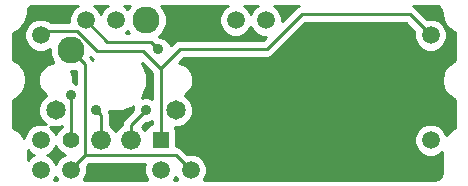
<source format=gbl>
G04 (created by PCBNEW (2013-may-18)-stable) date Sun 23 Aug 2015 09:56:08 PM EDT*
%MOIN*%
G04 Gerber Fmt 3.4, Leading zero omitted, Abs format*
%FSLAX34Y34*%
G01*
G70*
G90*
G04 APERTURE LIST*
%ADD10C,0.00590551*%
%ADD11C,0.065*%
%ADD12C,0.0590551*%
%ADD13C,0.066*%
%ADD14R,0.055X0.055*%
%ADD15C,0.055*%
%ADD16C,0.09*%
%ADD17C,0.035*%
%ADD18C,0.01*%
G04 APERTURE END LIST*
G54D10*
G54D11*
X96000Y-44500D03*
X100000Y-44500D03*
G54D12*
X98000Y-41500D03*
X97000Y-41500D03*
X95500Y-45500D03*
X95500Y-42000D03*
X95500Y-46500D03*
X96500Y-46500D03*
X108500Y-42000D03*
X108500Y-45500D03*
X102000Y-41500D03*
X103000Y-41500D03*
G54D13*
X97500Y-45500D03*
X98500Y-45500D03*
G54D14*
X99500Y-45500D03*
G54D15*
X96500Y-45500D03*
G54D16*
X99000Y-41500D03*
X96500Y-42500D03*
G54D12*
X100500Y-46500D03*
X99500Y-46500D03*
G54D17*
X99425Y-42475D03*
X99000Y-44500D03*
X97350Y-44500D03*
X96500Y-44000D03*
G54D18*
X99175Y-42225D02*
X99425Y-42475D01*
X97000Y-41500D02*
X97725Y-42225D01*
X97725Y-42225D02*
X99175Y-42225D01*
X98500Y-45000D02*
X98500Y-45500D01*
X99000Y-44500D02*
X98500Y-45000D01*
X96975Y-42975D02*
X96500Y-42500D01*
X96975Y-46000D02*
X96975Y-42975D01*
X100500Y-46500D02*
X100000Y-46000D01*
X96975Y-46000D02*
X100000Y-46000D01*
X96500Y-46500D02*
X96500Y-46475D01*
X96500Y-46475D02*
X96975Y-46000D01*
X99500Y-43125D02*
X99500Y-43100D01*
X107800Y-41300D02*
X108500Y-42000D01*
X104200Y-41300D02*
X107800Y-41300D01*
X103050Y-42450D02*
X104200Y-41300D01*
X100150Y-42450D02*
X103050Y-42450D01*
X99500Y-43100D02*
X100150Y-42450D01*
X96725Y-41875D02*
X95625Y-41875D01*
X99500Y-43125D02*
X98900Y-42525D01*
X97375Y-42525D02*
X98900Y-42525D01*
X97375Y-42525D02*
X96725Y-41875D01*
X95625Y-41875D02*
X95500Y-42000D01*
X99500Y-43125D02*
X99500Y-45500D01*
X97500Y-44650D02*
X97500Y-45500D01*
X97350Y-44500D02*
X97500Y-44650D01*
X96500Y-44000D02*
X96500Y-45500D01*
G54D10*
G36*
X95282Y-45999D02*
X95191Y-46037D01*
X95069Y-46159D01*
X95069Y-45840D01*
X95190Y-45961D01*
X95282Y-45999D01*
X95282Y-45999D01*
G37*
G54D18*
X95282Y-45999D02*
X95191Y-46037D01*
X95069Y-46159D01*
X95069Y-45840D01*
X95190Y-45961D01*
X95282Y-45999D01*
G54D10*
G36*
X96059Y-46830D02*
X95940Y-46830D01*
X95961Y-46809D01*
X95999Y-46717D01*
X96037Y-46808D01*
X96059Y-46830D01*
X96059Y-46830D01*
G37*
G54D18*
X96059Y-46830D02*
X95940Y-46830D01*
X95961Y-46809D01*
X95999Y-46717D01*
X96037Y-46808D01*
X96059Y-46830D01*
G54D10*
G36*
X96200Y-45057D02*
X96055Y-45202D01*
X96010Y-45308D01*
X95962Y-45191D01*
X95818Y-45047D01*
X95885Y-45074D01*
X96113Y-45075D01*
X96200Y-45039D01*
X96200Y-45057D01*
X96200Y-45057D01*
G37*
G54D18*
X96200Y-45057D02*
X96055Y-45202D01*
X96010Y-45308D01*
X95962Y-45191D01*
X95818Y-45047D01*
X95885Y-45074D01*
X96113Y-45075D01*
X96200Y-45039D01*
X96200Y-45057D01*
G54D10*
G36*
X96308Y-45989D02*
X96191Y-46037D01*
X96038Y-46190D01*
X96000Y-46282D01*
X95962Y-46191D01*
X95809Y-46038D01*
X95717Y-46000D01*
X95808Y-45962D01*
X95961Y-45809D01*
X96010Y-45691D01*
X96054Y-45797D01*
X96202Y-45944D01*
X96308Y-45989D01*
X96308Y-45989D01*
G37*
G54D18*
X96308Y-45989D02*
X96191Y-46037D01*
X96038Y-46190D01*
X96000Y-46282D01*
X95962Y-46191D01*
X95809Y-46038D01*
X95717Y-46000D01*
X95808Y-45962D01*
X95961Y-45809D01*
X96010Y-45691D01*
X96054Y-45797D01*
X96202Y-45944D01*
X96308Y-45989D01*
G54D10*
G36*
X96675Y-43612D02*
X96589Y-43576D01*
X96585Y-43487D01*
X96585Y-43384D01*
X96579Y-43371D01*
X96579Y-43357D01*
X96513Y-43200D01*
X96638Y-43200D01*
X96675Y-43185D01*
X96675Y-43612D01*
X96675Y-43612D01*
G37*
G54D18*
X96675Y-43612D02*
X96589Y-43576D01*
X96585Y-43487D01*
X96585Y-43384D01*
X96579Y-43371D01*
X96579Y-43357D01*
X96513Y-43200D01*
X96638Y-43200D01*
X96675Y-43185D01*
X96675Y-43612D01*
G54D10*
G36*
X96734Y-41019D02*
X96691Y-41037D01*
X96538Y-41190D01*
X96454Y-41391D01*
X96454Y-41575D01*
X95846Y-41575D01*
X95809Y-41538D01*
X95608Y-41454D01*
X95392Y-41454D01*
X95191Y-41537D01*
X95038Y-41690D01*
X94954Y-41891D01*
X94954Y-42107D01*
X95037Y-42308D01*
X95190Y-42461D01*
X95391Y-42545D01*
X95607Y-42545D01*
X95800Y-42466D01*
X95799Y-42638D01*
X95906Y-42896D01*
X95925Y-42914D01*
X95884Y-42914D01*
X95871Y-42920D01*
X95857Y-42920D01*
X95691Y-42989D01*
X95689Y-42995D01*
X95669Y-43003D01*
X95504Y-43168D01*
X95495Y-43189D01*
X95489Y-43191D01*
X95454Y-43287D01*
X95415Y-43383D01*
X95415Y-43396D01*
X95410Y-43409D01*
X95414Y-43512D01*
X95414Y-43615D01*
X95420Y-43628D01*
X95420Y-43642D01*
X95489Y-43808D01*
X95495Y-43810D01*
X95503Y-43830D01*
X95668Y-43995D01*
X95689Y-44004D01*
X95689Y-44006D01*
X95674Y-44012D01*
X95512Y-44173D01*
X95425Y-44385D01*
X95424Y-44613D01*
X95512Y-44825D01*
X95664Y-44977D01*
X95608Y-44954D01*
X95392Y-44954D01*
X95191Y-45037D01*
X95038Y-45190D01*
X94954Y-45391D01*
X94954Y-45418D01*
X94884Y-45314D01*
X94810Y-45239D01*
X94809Y-45239D01*
X94656Y-45137D01*
X94656Y-45136D01*
X94569Y-45100D01*
X94569Y-44154D01*
X94634Y-44127D01*
X94780Y-44030D01*
X94854Y-43955D01*
X94855Y-43955D01*
X94951Y-43810D01*
X94952Y-43809D01*
X94992Y-43712D01*
X95027Y-43540D01*
X95027Y-43540D01*
X95027Y-43539D01*
X95027Y-43487D01*
X95027Y-43435D01*
X95027Y-43434D01*
X95027Y-43434D01*
X94992Y-43262D01*
X94952Y-43165D01*
X94951Y-43164D01*
X94855Y-43019D01*
X94854Y-43019D01*
X94780Y-42944D01*
X94634Y-42847D01*
X94569Y-42820D01*
X94569Y-41924D01*
X94656Y-41888D01*
X94656Y-41887D01*
X94809Y-41785D01*
X94810Y-41785D01*
X94884Y-41710D01*
X94988Y-41556D01*
X95028Y-41459D01*
X95028Y-41458D01*
X95064Y-41277D01*
X95064Y-41253D01*
X95064Y-41252D01*
X95088Y-41132D01*
X95125Y-41076D01*
X95183Y-41038D01*
X95275Y-41019D01*
X96734Y-41019D01*
X96734Y-41019D01*
G37*
G54D18*
X96734Y-41019D02*
X96691Y-41037D01*
X96538Y-41190D01*
X96454Y-41391D01*
X96454Y-41575D01*
X95846Y-41575D01*
X95809Y-41538D01*
X95608Y-41454D01*
X95392Y-41454D01*
X95191Y-41537D01*
X95038Y-41690D01*
X94954Y-41891D01*
X94954Y-42107D01*
X95037Y-42308D01*
X95190Y-42461D01*
X95391Y-42545D01*
X95607Y-42545D01*
X95800Y-42466D01*
X95799Y-42638D01*
X95906Y-42896D01*
X95925Y-42914D01*
X95884Y-42914D01*
X95871Y-42920D01*
X95857Y-42920D01*
X95691Y-42989D01*
X95689Y-42995D01*
X95669Y-43003D01*
X95504Y-43168D01*
X95495Y-43189D01*
X95489Y-43191D01*
X95454Y-43287D01*
X95415Y-43383D01*
X95415Y-43396D01*
X95410Y-43409D01*
X95414Y-43512D01*
X95414Y-43615D01*
X95420Y-43628D01*
X95420Y-43642D01*
X95489Y-43808D01*
X95495Y-43810D01*
X95503Y-43830D01*
X95668Y-43995D01*
X95689Y-44004D01*
X95689Y-44006D01*
X95674Y-44012D01*
X95512Y-44173D01*
X95425Y-44385D01*
X95424Y-44613D01*
X95512Y-44825D01*
X95664Y-44977D01*
X95608Y-44954D01*
X95392Y-44954D01*
X95191Y-45037D01*
X95038Y-45190D01*
X94954Y-45391D01*
X94954Y-45418D01*
X94884Y-45314D01*
X94810Y-45239D01*
X94809Y-45239D01*
X94656Y-45137D01*
X94656Y-45136D01*
X94569Y-45100D01*
X94569Y-44154D01*
X94634Y-44127D01*
X94780Y-44030D01*
X94854Y-43955D01*
X94855Y-43955D01*
X94951Y-43810D01*
X94952Y-43809D01*
X94992Y-43712D01*
X95027Y-43540D01*
X95027Y-43540D01*
X95027Y-43539D01*
X95027Y-43487D01*
X95027Y-43435D01*
X95027Y-43434D01*
X95027Y-43434D01*
X94992Y-43262D01*
X94952Y-43165D01*
X94951Y-43164D01*
X94855Y-43019D01*
X94854Y-43019D01*
X94780Y-42944D01*
X94634Y-42847D01*
X94569Y-42820D01*
X94569Y-41924D01*
X94656Y-41888D01*
X94656Y-41887D01*
X94809Y-41785D01*
X94810Y-41785D01*
X94884Y-41710D01*
X94988Y-41556D01*
X95028Y-41459D01*
X95028Y-41458D01*
X95064Y-41277D01*
X95064Y-41253D01*
X95064Y-41252D01*
X95088Y-41132D01*
X95125Y-41076D01*
X95183Y-41038D01*
X95275Y-41019D01*
X96734Y-41019D01*
G54D10*
G36*
X97244Y-42791D02*
X97221Y-42814D01*
X97187Y-42762D01*
X97187Y-42762D01*
X97160Y-42735D01*
X97160Y-42734D01*
X97162Y-42737D01*
X97162Y-42737D01*
X97244Y-42791D01*
X97244Y-42791D01*
X97244Y-42791D01*
G37*
G54D18*
X97244Y-42791D02*
X97221Y-42814D01*
X97187Y-42762D01*
X97187Y-42762D01*
X97160Y-42735D01*
X97160Y-42734D01*
X97162Y-42737D01*
X97162Y-42737D01*
X97244Y-42791D01*
X97244Y-42791D01*
G54D10*
G36*
X97734Y-41019D02*
X97691Y-41037D01*
X97538Y-41190D01*
X97500Y-41282D01*
X97462Y-41191D01*
X97309Y-41038D01*
X97265Y-41019D01*
X97734Y-41019D01*
X97734Y-41019D01*
G37*
G54D18*
X97734Y-41019D02*
X97691Y-41037D01*
X97538Y-41190D01*
X97500Y-41282D01*
X97462Y-41191D01*
X97309Y-41038D01*
X97265Y-41019D01*
X97734Y-41019D01*
G54D10*
G36*
X98435Y-41925D02*
X98346Y-41925D01*
X98397Y-41874D01*
X98406Y-41896D01*
X98435Y-41925D01*
X98435Y-41925D01*
G37*
G54D18*
X98435Y-41925D02*
X98346Y-41925D01*
X98397Y-41874D01*
X98406Y-41896D01*
X98435Y-41925D01*
G54D10*
G36*
X98490Y-41019D02*
X98406Y-41102D01*
X98397Y-41126D01*
X98309Y-41038D01*
X98265Y-41019D01*
X98490Y-41019D01*
X98490Y-41019D01*
G37*
G54D18*
X98490Y-41019D02*
X98406Y-41102D01*
X98397Y-41126D01*
X98309Y-41038D01*
X98265Y-41019D01*
X98490Y-41019D01*
G54D10*
G36*
X98594Y-44369D02*
X98575Y-44415D01*
X98574Y-44500D01*
X98287Y-44787D01*
X98222Y-44885D01*
X98200Y-44996D01*
X98171Y-45008D01*
X98008Y-45171D01*
X98000Y-45191D01*
X97991Y-45171D01*
X97828Y-45008D01*
X97800Y-44996D01*
X97800Y-44650D01*
X97777Y-44535D01*
X97774Y-44531D01*
X97774Y-44527D01*
X97793Y-44534D01*
X97798Y-44534D01*
X97802Y-44536D01*
X98003Y-44535D01*
X98204Y-44535D01*
X98209Y-44533D01*
X98214Y-44533D01*
X98579Y-44382D01*
X98580Y-44380D01*
X98585Y-44377D01*
X98594Y-44369D01*
X98594Y-44369D01*
G37*
G54D18*
X98594Y-44369D02*
X98575Y-44415D01*
X98574Y-44500D01*
X98287Y-44787D01*
X98222Y-44885D01*
X98200Y-44996D01*
X98171Y-45008D01*
X98008Y-45171D01*
X98000Y-45191D01*
X97991Y-45171D01*
X97828Y-45008D01*
X97800Y-44996D01*
X97800Y-44650D01*
X97777Y-44535D01*
X97774Y-44531D01*
X97774Y-44527D01*
X97793Y-44534D01*
X97798Y-44534D01*
X97802Y-44536D01*
X98003Y-44535D01*
X98204Y-44535D01*
X98209Y-44533D01*
X98214Y-44533D01*
X98579Y-44382D01*
X98580Y-44380D01*
X98585Y-44377D01*
X98594Y-44369D01*
G54D10*
G36*
X99059Y-46830D02*
X96940Y-46830D01*
X96961Y-46809D01*
X97045Y-46608D01*
X97045Y-46392D01*
X97034Y-46365D01*
X97099Y-46300D01*
X98992Y-46300D01*
X98954Y-46391D01*
X98954Y-46607D01*
X99037Y-46808D01*
X99059Y-46830D01*
X99059Y-46830D01*
G37*
G54D18*
X99059Y-46830D02*
X96940Y-46830D01*
X96961Y-46809D01*
X97045Y-46608D01*
X97045Y-46392D01*
X97034Y-46365D01*
X97099Y-46300D01*
X98992Y-46300D01*
X98954Y-46391D01*
X98954Y-46607D01*
X99037Y-46808D01*
X99059Y-46830D01*
G54D10*
G36*
X99200Y-44122D02*
X99084Y-44075D01*
X98915Y-44074D01*
X98870Y-44093D01*
X98876Y-44087D01*
X98879Y-44080D01*
X98882Y-44079D01*
X98957Y-43892D01*
X99034Y-43706D01*
X99034Y-43701D01*
X99036Y-43697D01*
X99035Y-43496D01*
X99035Y-43295D01*
X99033Y-43290D01*
X99033Y-43285D01*
X98889Y-42938D01*
X99200Y-43249D01*
X99200Y-44122D01*
X99200Y-44122D01*
G37*
G54D18*
X99200Y-44122D02*
X99084Y-44075D01*
X98915Y-44074D01*
X98870Y-44093D01*
X98876Y-44087D01*
X98879Y-44080D01*
X98882Y-44079D01*
X98957Y-43892D01*
X99034Y-43706D01*
X99034Y-43701D01*
X99036Y-43697D01*
X99035Y-43496D01*
X99035Y-43295D01*
X99033Y-43290D01*
X99033Y-43285D01*
X98889Y-42938D01*
X99200Y-43249D01*
X99200Y-44122D01*
G54D10*
G36*
X99200Y-44974D02*
X99175Y-44974D01*
X99083Y-45012D01*
X99013Y-45083D01*
X98980Y-45160D01*
X98872Y-45051D01*
X98999Y-44924D01*
X99084Y-44925D01*
X99200Y-44877D01*
X99200Y-44974D01*
X99200Y-44974D01*
G37*
G54D18*
X99200Y-44974D02*
X99175Y-44974D01*
X99083Y-45012D01*
X99013Y-45083D01*
X98980Y-45160D01*
X98872Y-45051D01*
X98999Y-44924D01*
X99084Y-44925D01*
X99200Y-44877D01*
X99200Y-44974D01*
G54D10*
G36*
X100059Y-46830D02*
X99940Y-46830D01*
X99961Y-46809D01*
X99999Y-46717D01*
X100037Y-46808D01*
X100059Y-46830D01*
X100059Y-46830D01*
G37*
G54D18*
X100059Y-46830D02*
X99940Y-46830D01*
X99961Y-46809D01*
X99999Y-46717D01*
X100037Y-46808D01*
X100059Y-46830D01*
G54D10*
G36*
X102734Y-41019D02*
X102691Y-41037D01*
X102538Y-41190D01*
X102500Y-41282D01*
X102462Y-41191D01*
X102309Y-41038D01*
X102265Y-41019D01*
X102734Y-41019D01*
X102734Y-41019D01*
G37*
G54D18*
X102734Y-41019D02*
X102691Y-41037D01*
X102538Y-41190D01*
X102500Y-41282D01*
X102462Y-41191D01*
X102309Y-41038D01*
X102265Y-41019D01*
X102734Y-41019D01*
G54D10*
G36*
X103030Y-42045D02*
X102925Y-42150D01*
X100150Y-42150D01*
X100035Y-42172D01*
X99937Y-42237D01*
X99831Y-42344D01*
X99785Y-42234D01*
X99666Y-42114D01*
X99509Y-42050D01*
X99439Y-42050D01*
X99593Y-41897D01*
X99699Y-41639D01*
X99700Y-41361D01*
X99593Y-41104D01*
X99509Y-41019D01*
X101734Y-41019D01*
X101691Y-41037D01*
X101538Y-41190D01*
X101454Y-41391D01*
X101454Y-41607D01*
X101537Y-41808D01*
X101690Y-41961D01*
X101891Y-42045D01*
X102107Y-42045D01*
X102308Y-41962D01*
X102461Y-41809D01*
X102499Y-41717D01*
X102537Y-41808D01*
X102690Y-41961D01*
X102891Y-42045D01*
X103030Y-42045D01*
X103030Y-42045D01*
G37*
G54D18*
X103030Y-42045D02*
X102925Y-42150D01*
X100150Y-42150D01*
X100035Y-42172D01*
X99937Y-42237D01*
X99831Y-42344D01*
X99785Y-42234D01*
X99666Y-42114D01*
X99509Y-42050D01*
X99439Y-42050D01*
X99593Y-41897D01*
X99699Y-41639D01*
X99700Y-41361D01*
X99593Y-41104D01*
X99509Y-41019D01*
X101734Y-41019D01*
X101691Y-41037D01*
X101538Y-41190D01*
X101454Y-41391D01*
X101454Y-41607D01*
X101537Y-41808D01*
X101690Y-41961D01*
X101891Y-42045D01*
X102107Y-42045D01*
X102308Y-41962D01*
X102461Y-41809D01*
X102499Y-41717D01*
X102537Y-41808D01*
X102690Y-41961D01*
X102891Y-42045D01*
X103030Y-42045D01*
G54D10*
G36*
X104101Y-41019D02*
X104085Y-41022D01*
X103987Y-41087D01*
X103545Y-41530D01*
X103545Y-41392D01*
X103462Y-41191D01*
X103309Y-41038D01*
X103265Y-41019D01*
X104101Y-41019D01*
X104101Y-41019D01*
G37*
G54D18*
X104101Y-41019D02*
X104085Y-41022D01*
X103987Y-41087D01*
X103545Y-41530D01*
X103545Y-41392D01*
X103462Y-41191D01*
X103309Y-41038D01*
X103265Y-41019D01*
X104101Y-41019D01*
G54D10*
G36*
X109330Y-45088D02*
X109277Y-45110D01*
X109277Y-45110D01*
X109132Y-45207D01*
X109131Y-45207D01*
X109057Y-45282D01*
X109021Y-45335D01*
X108962Y-45191D01*
X108809Y-45038D01*
X108608Y-44954D01*
X108392Y-44954D01*
X108191Y-45037D01*
X108038Y-45190D01*
X107954Y-45391D01*
X107954Y-45607D01*
X108037Y-45808D01*
X108190Y-45961D01*
X108391Y-46045D01*
X108607Y-46045D01*
X108808Y-45962D01*
X108880Y-45890D01*
X108880Y-46572D01*
X108857Y-46685D01*
X108808Y-46759D01*
X108735Y-46808D01*
X108623Y-46830D01*
X100940Y-46830D01*
X100961Y-46809D01*
X101045Y-46608D01*
X101045Y-46392D01*
X100962Y-46191D01*
X100809Y-46038D01*
X100608Y-45954D01*
X100392Y-45954D01*
X100382Y-45958D01*
X100212Y-45787D01*
X100114Y-45722D01*
X100025Y-45704D01*
X100025Y-45704D01*
X100025Y-45175D01*
X99987Y-45083D01*
X99978Y-45074D01*
X100113Y-45075D01*
X100325Y-44987D01*
X100487Y-44826D01*
X100574Y-44614D01*
X100575Y-44386D01*
X100487Y-44174D01*
X100326Y-44012D01*
X100310Y-44006D01*
X100310Y-44004D01*
X100330Y-43996D01*
X100495Y-43831D01*
X100504Y-43810D01*
X100510Y-43808D01*
X100545Y-43712D01*
X100584Y-43616D01*
X100584Y-43603D01*
X100589Y-43590D01*
X100585Y-43487D01*
X100585Y-43384D01*
X100579Y-43371D01*
X100579Y-43357D01*
X100510Y-43191D01*
X100504Y-43189D01*
X100496Y-43169D01*
X100331Y-43004D01*
X100310Y-42995D01*
X100308Y-42989D01*
X100212Y-42954D01*
X100116Y-42915D01*
X100109Y-42915D01*
X100274Y-42750D01*
X103050Y-42750D01*
X103050Y-42749D01*
X103164Y-42727D01*
X103164Y-42727D01*
X103262Y-42662D01*
X104324Y-41600D01*
X107675Y-41600D01*
X107958Y-41882D01*
X107954Y-41891D01*
X107954Y-42107D01*
X108037Y-42308D01*
X108190Y-42461D01*
X108391Y-42545D01*
X108607Y-42545D01*
X108808Y-42462D01*
X108961Y-42309D01*
X109045Y-42108D01*
X109045Y-41892D01*
X108962Y-41691D01*
X108809Y-41538D01*
X108608Y-41454D01*
X108392Y-41454D01*
X108382Y-41458D01*
X108012Y-41087D01*
X107914Y-41022D01*
X107898Y-41019D01*
X108623Y-41019D01*
X108735Y-41041D01*
X108808Y-41090D01*
X108857Y-41164D01*
X108885Y-41302D01*
X108885Y-41303D01*
X108919Y-41473D01*
X108919Y-41474D01*
X108959Y-41571D01*
X109057Y-41717D01*
X109131Y-41792D01*
X109132Y-41792D01*
X109277Y-41889D01*
X109277Y-41889D01*
X109330Y-41911D01*
X109330Y-42838D01*
X109277Y-42860D01*
X109277Y-42860D01*
X109132Y-42957D01*
X109131Y-42957D01*
X109057Y-43032D01*
X108959Y-43178D01*
X108919Y-43275D01*
X108919Y-43276D01*
X108885Y-43447D01*
X108885Y-43447D01*
X108885Y-43447D01*
X108885Y-43500D01*
X108885Y-43552D01*
X108885Y-43552D01*
X108885Y-43552D01*
X108919Y-43723D01*
X108919Y-43724D01*
X108959Y-43821D01*
X109057Y-43967D01*
X109131Y-44042D01*
X109132Y-44042D01*
X109277Y-44139D01*
X109277Y-44139D01*
X109330Y-44161D01*
X109330Y-45088D01*
X109330Y-45088D01*
G37*
G54D18*
X109330Y-45088D02*
X109277Y-45110D01*
X109277Y-45110D01*
X109132Y-45207D01*
X109131Y-45207D01*
X109057Y-45282D01*
X109021Y-45335D01*
X108962Y-45191D01*
X108809Y-45038D01*
X108608Y-44954D01*
X108392Y-44954D01*
X108191Y-45037D01*
X108038Y-45190D01*
X107954Y-45391D01*
X107954Y-45607D01*
X108037Y-45808D01*
X108190Y-45961D01*
X108391Y-46045D01*
X108607Y-46045D01*
X108808Y-45962D01*
X108880Y-45890D01*
X108880Y-46572D01*
X108857Y-46685D01*
X108808Y-46759D01*
X108735Y-46808D01*
X108623Y-46830D01*
X100940Y-46830D01*
X100961Y-46809D01*
X101045Y-46608D01*
X101045Y-46392D01*
X100962Y-46191D01*
X100809Y-46038D01*
X100608Y-45954D01*
X100392Y-45954D01*
X100382Y-45958D01*
X100212Y-45787D01*
X100114Y-45722D01*
X100025Y-45704D01*
X100025Y-45704D01*
X100025Y-45175D01*
X99987Y-45083D01*
X99978Y-45074D01*
X100113Y-45075D01*
X100325Y-44987D01*
X100487Y-44826D01*
X100574Y-44614D01*
X100575Y-44386D01*
X100487Y-44174D01*
X100326Y-44012D01*
X100310Y-44006D01*
X100310Y-44004D01*
X100330Y-43996D01*
X100495Y-43831D01*
X100504Y-43810D01*
X100510Y-43808D01*
X100545Y-43712D01*
X100584Y-43616D01*
X100584Y-43603D01*
X100589Y-43590D01*
X100585Y-43487D01*
X100585Y-43384D01*
X100579Y-43371D01*
X100579Y-43357D01*
X100510Y-43191D01*
X100504Y-43189D01*
X100496Y-43169D01*
X100331Y-43004D01*
X100310Y-42995D01*
X100308Y-42989D01*
X100212Y-42954D01*
X100116Y-42915D01*
X100109Y-42915D01*
X100274Y-42750D01*
X103050Y-42750D01*
X103050Y-42749D01*
X103164Y-42727D01*
X103164Y-42727D01*
X103262Y-42662D01*
X104324Y-41600D01*
X107675Y-41600D01*
X107958Y-41882D01*
X107954Y-41891D01*
X107954Y-42107D01*
X108037Y-42308D01*
X108190Y-42461D01*
X108391Y-42545D01*
X108607Y-42545D01*
X108808Y-42462D01*
X108961Y-42309D01*
X109045Y-42108D01*
X109045Y-41892D01*
X108962Y-41691D01*
X108809Y-41538D01*
X108608Y-41454D01*
X108392Y-41454D01*
X108382Y-41458D01*
X108012Y-41087D01*
X107914Y-41022D01*
X107898Y-41019D01*
X108623Y-41019D01*
X108735Y-41041D01*
X108808Y-41090D01*
X108857Y-41164D01*
X108885Y-41302D01*
X108885Y-41303D01*
X108919Y-41473D01*
X108919Y-41474D01*
X108959Y-41571D01*
X109057Y-41717D01*
X109131Y-41792D01*
X109132Y-41792D01*
X109277Y-41889D01*
X109277Y-41889D01*
X109330Y-41911D01*
X109330Y-42838D01*
X109277Y-42860D01*
X109277Y-42860D01*
X109132Y-42957D01*
X109131Y-42957D01*
X109057Y-43032D01*
X108959Y-43178D01*
X108919Y-43275D01*
X108919Y-43276D01*
X108885Y-43447D01*
X108885Y-43447D01*
X108885Y-43447D01*
X108885Y-43500D01*
X108885Y-43552D01*
X108885Y-43552D01*
X108885Y-43552D01*
X108919Y-43723D01*
X108919Y-43724D01*
X108959Y-43821D01*
X109057Y-43967D01*
X109131Y-44042D01*
X109132Y-44042D01*
X109277Y-44139D01*
X109277Y-44139D01*
X109330Y-44161D01*
X109330Y-45088D01*
M02*

</source>
